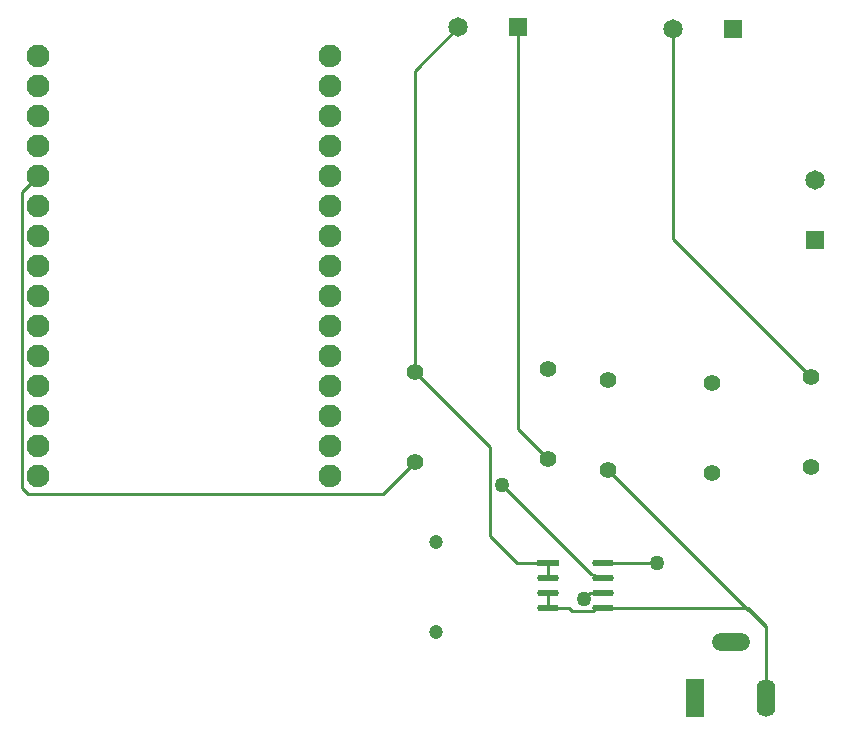
<source format=gtl>
G04*
G04 #@! TF.GenerationSoftware,Altium Limited,Altium Designer,23.2.1 (34)*
G04*
G04 Layer_Physical_Order=1*
G04 Layer_Color=255*
%FSLAX44Y44*%
%MOMM*%
G71*
G04*
G04 #@! TF.SameCoordinates,FBD9A347-9EDB-47C0-AAAE-CD2F767B64E6*
G04*
G04*
G04 #@! TF.FilePolarity,Positive*
G04*
G01*
G75*
%ADD13C,0.2540*%
G04:AMPARAMS|DCode=14|XSize=1.8741mm|YSize=0.5421mm|CornerRadius=0.2711mm|HoleSize=0mm|Usage=FLASHONLY|Rotation=0.000|XOffset=0mm|YOffset=0mm|HoleType=Round|Shape=RoundedRectangle|*
%AMROUNDEDRECTD14*
21,1,1.8741,0.0000,0,0,0.0*
21,1,1.3319,0.5421,0,0,0.0*
1,1,0.5421,0.6660,0.0000*
1,1,0.5421,-0.6660,0.0000*
1,1,0.5421,-0.6660,0.0000*
1,1,0.5421,0.6660,0.0000*
%
%ADD14ROUNDEDRECTD14*%
%ADD15R,1.8741X0.5421*%
G04:AMPARAMS|DCode=22|XSize=3.2mm|YSize=1.6mm|CornerRadius=0.8mm|HoleSize=0mm|Usage=FLASHONLY|Rotation=270.000|XOffset=0mm|YOffset=0mm|HoleType=Round|Shape=RoundedRectangle|*
%AMROUNDEDRECTD22*
21,1,3.2000,0.0000,0,0,270.0*
21,1,1.6000,1.6000,0,0,270.0*
1,1,1.6000,0.0000,-0.8000*
1,1,1.6000,0.0000,0.8000*
1,1,1.6000,0.0000,0.8000*
1,1,1.6000,0.0000,-0.8000*
%
%ADD22ROUNDEDRECTD22*%
%ADD23R,1.6000X3.2000*%
G04:AMPARAMS|DCode=24|XSize=1.6mm|YSize=3.2mm|CornerRadius=0.8mm|HoleSize=0mm|Usage=FLASHONLY|Rotation=270.000|XOffset=0mm|YOffset=0mm|HoleType=Round|Shape=RoundedRectangle|*
%AMROUNDEDRECTD24*
21,1,1.6000,1.6000,0,0,270.0*
21,1,0.0000,3.2000,0,0,270.0*
1,1,1.6000,-0.8000,0.0000*
1,1,1.6000,-0.8000,0.0000*
1,1,1.6000,0.8000,0.0000*
1,1,1.6000,0.8000,0.0000*
%
%ADD24ROUNDEDRECTD24*%
%ADD26C,1.2000*%
%ADD27C,1.9304*%
%ADD28R,1.6500X1.6500*%
%ADD29C,1.6500*%
%ADD30R,1.6500X1.6500*%
%ADD31C,1.4000*%
%ADD32C,1.2700*%
D13*
X925830Y736600D02*
X927100D01*
X804211D02*
X925830D01*
X942340Y720090D02*
Y721360D01*
X925830Y736600D02*
X942340Y720090D01*
X808990Y853440D02*
X925830Y736600D01*
X731520Y774700D02*
X757889D01*
X708878Y797342D02*
X731520Y774700D01*
X708878Y797342D02*
Y872272D01*
X645160Y935990D02*
X708878Y872272D01*
X863600Y1049020D02*
Y1226820D01*
Y1049020D02*
X980440Y932180D01*
X793242Y749300D02*
X804211D01*
X788162Y744220D02*
X793242Y749300D01*
X719074Y840232D02*
X794258Y765048D01*
X804211Y762000D01*
X757889Y736600D02*
X775210D01*
X778095Y733715D01*
X795530D01*
X798416Y736600D01*
X804211D01*
Y774700D02*
X850082D01*
X927100Y736600D02*
X942340Y721360D01*
X757889Y736600D02*
Y749300D01*
Y762000D02*
Y774700D01*
X732790Y887730D02*
X758190Y862330D01*
X732790Y887730D02*
Y1228090D01*
X942340Y660400D02*
Y720090D01*
X618236Y832866D02*
X645160Y859790D01*
X317500Y832866D02*
X618236D01*
X312166Y838200D02*
X317500Y832866D01*
X312166Y838200D02*
Y1088578D01*
X325849Y1102261D01*
X645160Y935990D02*
Y1191260D01*
X681990Y1228090D01*
D14*
X804211Y774700D02*
D03*
Y762000D02*
D03*
Y749300D02*
D03*
Y736600D02*
D03*
X757889D02*
D03*
Y749300D02*
D03*
Y762000D02*
D03*
D15*
Y774700D02*
D03*
D22*
X942340Y660400D02*
D03*
D23*
X882340D02*
D03*
D24*
X912340Y707400D02*
D03*
D26*
X662940Y792480D02*
D03*
Y716280D02*
D03*
D27*
X325849Y1051461D02*
D03*
Y1203861D02*
D03*
Y1178461D02*
D03*
Y1153061D02*
D03*
Y1127661D02*
D03*
Y1102261D02*
D03*
Y1076861D02*
D03*
Y1026061D02*
D03*
Y1000661D02*
D03*
Y975261D02*
D03*
Y949861D02*
D03*
Y924461D02*
D03*
Y899061D02*
D03*
Y873661D02*
D03*
Y848261D02*
D03*
X573550Y1203861D02*
D03*
Y1178461D02*
D03*
Y1153061D02*
D03*
Y1127661D02*
D03*
Y1102261D02*
D03*
Y1076861D02*
D03*
Y1051461D02*
D03*
Y1026061D02*
D03*
Y1000661D02*
D03*
Y975261D02*
D03*
Y949861D02*
D03*
Y924461D02*
D03*
Y899061D02*
D03*
Y873661D02*
D03*
Y848261D02*
D03*
D28*
X732790Y1228090D02*
D03*
X914400Y1226820D02*
D03*
D29*
X681990Y1228090D02*
D03*
X984250Y1098550D02*
D03*
X863600Y1226820D02*
D03*
D30*
X984250Y1047750D02*
D03*
D31*
X980440Y932180D02*
D03*
Y855980D02*
D03*
X896620Y927100D02*
D03*
Y850900D02*
D03*
X808990Y929640D02*
D03*
Y853440D02*
D03*
X645160Y935990D02*
D03*
Y859790D02*
D03*
X758190Y938530D02*
D03*
Y862330D02*
D03*
D32*
X788162Y744220D02*
D03*
X719074Y840232D02*
D03*
X850082Y774700D02*
D03*
M02*

</source>
